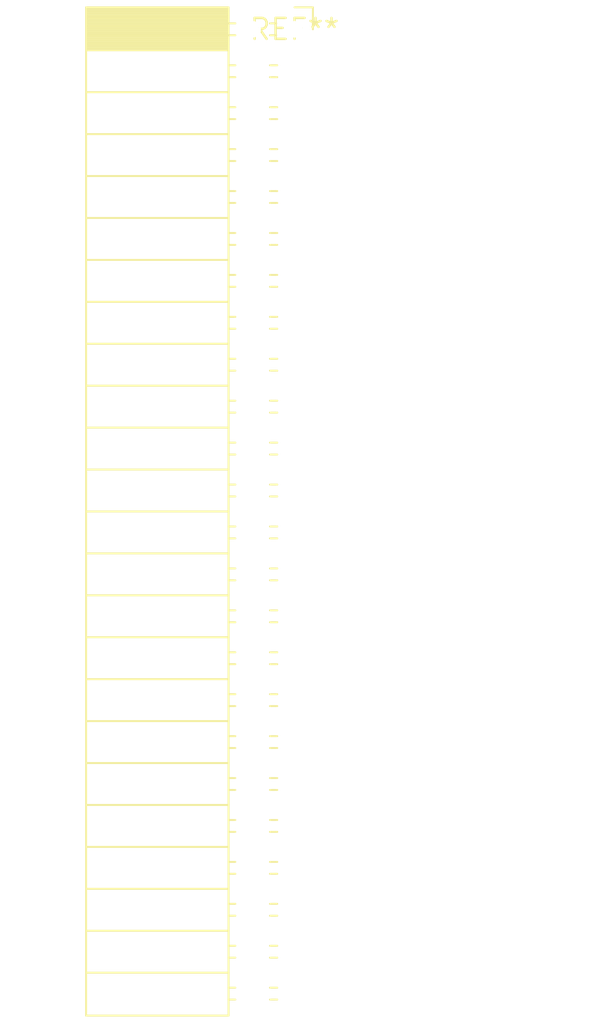
<source format=kicad_pcb>
(kicad_pcb (version 20240108) (generator pcbnew)
  (layers (0 "F.Cu" signal) (31 "B.Cu" signal) (34 "B.Paste" user) (35 "F.Paste" user) (36 "B.SilkS" user "B.Silkscreen") (37 "F.SilkS" user "F.Silkscreen") (38 "B.Mask" user) (39 "F.Mask" user) (44 "Edge.Cuts" user))
  (net 0 "")
  (footprint "PinSocket_2x24_P2.54mm_Horizontal" (layer "F.Cu") (at 0 0)
    (property "Reference" "REF**")
    (property "Value" "PinSocket_2x24_P2.54mm_Horizontal")
    (fp_line (start -12.63 -1.33) (end -12.63 59.75) (layer "F.SilkS") (stroke (width 0.12)))
    (fp_line (start -12.63 -1.33) (end -4 -1.33) (layer "F.SilkS") (stroke (width 0.12)))
    (fp_line (start -12.63 -1.21) (end -4 -1.21) (layer "F.SilkS") (stroke (width 0.12)))
    (fp_line (start -12.63 -1.091905) (end -4 -1.091905) (layer "F.SilkS") (stroke (width 0.12)))
    (fp_line (start -12.63 -0.97381) (end -4 -0.97381) (layer "F.SilkS") (stroke (width 0.12)))
    (fp_line (start -12.63 -0.855715) (end -4 -0.855715) (layer "F.SilkS") (stroke (width 0.12)))
    (fp_line (start -12.63 -0.73762) (end -4 -0.73762) (layer "F.SilkS") (stroke (width 0.12)))
    (fp_line (start -12.63 -0.619525) (end -4 -0.619525) (layer "F.SilkS") (stroke (width 0.12)))
    (fp_line (start -12.63 -0.50143) (end -4 -0.50143) (layer "F.SilkS") (stroke (width 0.12)))
    (fp_line (start -12.63 -0.383335) (end -4 -0.383335) (layer "F.SilkS") (stroke (width 0.12)))
    (fp_line (start -12.63 -0.26524) (end -4 -0.26524) (layer "F.SilkS") (stroke (width 0.12)))
    (fp_line (start -12.63 -0.147145) (end -4 -0.147145) (layer "F.SilkS") (stroke (width 0.12)))
    (fp_line (start -12.63 -0.02905) (end -4 -0.02905) (layer "F.SilkS") (stroke (width 0.12)))
    (fp_line (start -12.63 0.089045) (end -4 0.089045) (layer "F.SilkS") (stroke (width 0.12)))
    (fp_line (start -12.63 0.20714) (end -4 0.20714) (layer "F.SilkS") (stroke (width 0.12)))
    (fp_line (start -12.63 0.325235) (end -4 0.325235) (layer "F.SilkS") (stroke (width 0.12)))
    (fp_line (start -12.63 0.44333) (end -4 0.44333) (layer "F.SilkS") (stroke (width 0.12)))
    (fp_line (start -12.63 0.561425) (end -4 0.561425) (layer "F.SilkS") (stroke (width 0.12)))
    (fp_line (start -12.63 0.67952) (end -4 0.67952) (layer "F.SilkS") (stroke (width 0.12)))
    (fp_line (start -12.63 0.797615) (end -4 0.797615) (layer "F.SilkS") (stroke (width 0.12)))
    (fp_line (start -12.63 0.91571) (end -4 0.91571) (layer "F.SilkS") (stroke (width 0.12)))
    (fp_line (start -12.63 1.033805) (end -4 1.033805) (layer "F.SilkS") (stroke (width 0.12)))
    (fp_line (start -12.63 1.1519) (end -4 1.1519) (layer "F.SilkS") (stroke (width 0.12)))
    (fp_line (start -12.63 1.27) (end -4 1.27) (layer "F.SilkS") (stroke (width 0.12)))
    (fp_line (start -12.63 3.81) (end -4 3.81) (layer "F.SilkS") (stroke (width 0.12)))
    (fp_line (start -12.63 6.35) (end -4 6.35) (layer "F.SilkS") (stroke (width 0.12)))
    (fp_line (start -12.63 8.89) (end -4 8.89) (layer "F.SilkS") (stroke (width 0.12)))
    (fp_line (start -12.63 11.43) (end -4 11.43) (layer "F.SilkS") (stroke (width 0.12)))
    (fp_line (start -12.63 13.97) (end -4 13.97) (layer "F.SilkS") (stroke (width 0.12)))
    (fp_line (start -12.63 16.51) (end -4 16.51) (layer "F.SilkS") (stroke (width 0.12)))
    (fp_line (start -12.63 19.05) (end -4 19.05) (layer "F.SilkS") (stroke (width 0.12)))
    (fp_line (start -12.63 21.59) (end -4 21.59) (layer "F.SilkS") (stroke (width 0.12)))
    (fp_line (start -12.63 24.13) (end -4 24.13) (layer "F.SilkS") (stroke (width 0.12)))
    (fp_line (start -12.63 26.67) (end -4 26.67) (layer "F.SilkS") (stroke (width 0.12)))
    (fp_line (start -12.63 29.21) (end -4 29.21) (layer "F.SilkS") (stroke (width 0.12)))
    (fp_line (start -12.63 31.75) (end -4 31.75) (layer "F.SilkS") (stroke (width 0.12)))
    (fp_line (start -12.63 34.29) (end -4 34.29) (layer "F.SilkS") (stroke (width 0.12)))
    (fp_line (start -12.63 36.83) (end -4 36.83) (layer "F.SilkS") (stroke (width 0.12)))
    (fp_line (start -12.63 39.37) (end -4 39.37) (layer "F.SilkS") (stroke (width 0.12)))
    (fp_line (start -12.63 41.91) (end -4 41.91) (layer "F.SilkS") (stroke (width 0.12)))
    (fp_line (start -12.63 44.45) (end -4 44.45) (layer "F.SilkS") (stroke (width 0.12)))
    (fp_line (start -12.63 46.99) (end -4 46.99) (layer "F.SilkS") (stroke (width 0.12)))
    (fp_line (start -12.63 49.53) (end -4 49.53) (layer "F.SilkS") (stroke (width 0.12)))
    (fp_line (start -12.63 52.07) (end -4 52.07) (layer "F.SilkS") (stroke (width 0.12)))
    (fp_line (start -12.63 54.61) (end -4 54.61) (layer "F.SilkS") (stroke (width 0.12)))
    (fp_line (start -12.63 57.15) (end -4 57.15) (layer "F.SilkS") (stroke (width 0.12)))
    (fp_line (start -12.63 59.75) (end -4 59.75) (layer "F.SilkS") (stroke (width 0.12)))
    (fp_line (start -4 -1.33) (end -4 59.75) (layer "F.SilkS") (stroke (width 0.12)))
    (fp_line (start -4 -0.36) (end -3.59 -0.36) (layer "F.SilkS") (stroke (width 0.12)))
    (fp_line (start -4 0.36) (end -3.59 0.36) (layer "F.SilkS") (stroke (width 0.12)))
    (fp_line (start -4 2.18) (end -3.59 2.18) (layer "F.SilkS") (stroke (width 0.12)))
    (fp_line (start -4 2.9) (end -3.59 2.9) (layer "F.SilkS") (stroke (width 0.12)))
    (fp_line (start -4 4.72) (end -3.59 4.72) (layer "F.SilkS") (stroke (width 0.12)))
    (fp_line (start -4 5.44) (end -3.59 5.44) (layer "F.SilkS") (stroke (width 0.12)))
    (fp_line (start -4 7.26) (end -3.59 7.26) (layer "F.SilkS") (stroke (width 0.12)))
    (fp_line (start -4 7.98) (end -3.59 7.98) (layer "F.SilkS") (stroke (width 0.12)))
    (fp_line (start -4 9.8) (end -3.59 9.8) (layer "F.SilkS") (stroke (width 0.12)))
    (fp_line (start -4 10.52) (end -3.59 10.52) (layer "F.SilkS") (stroke (width 0.12)))
    (fp_line (start -4 12.34) (end -3.59 12.34) (layer "F.SilkS") (stroke (width 0.12)))
    (fp_line (start -4 13.06) (end -3.59 13.06) (layer "F.SilkS") (stroke (width 0.12)))
    (fp_line (start -4 14.88) (end -3.59 14.88) (layer "F.SilkS") (stroke (width 0.12)))
    (fp_line (start -4 15.6) (end -3.59 15.6) (layer "F.SilkS") (stroke (width 0.12)))
    (fp_line (start -4 17.42) (end -3.59 17.42) (layer "F.SilkS") (stroke (width 0.12)))
    (fp_line (start -4 18.14) (end -3.59 18.14) (layer "F.SilkS") (stroke (width 0.12)))
    (fp_line (start -4 19.96) (end -3.59 19.96) (layer "F.SilkS") (stroke (width 0.12)))
    (fp_line (start -4 20.68) (end -3.59 20.68) (layer "F.SilkS") (stroke (width 0.12)))
    (fp_line (start -4 22.5) (end -3.59 22.5) (layer "F.SilkS") (stroke (width 0.12)))
    (fp_line (start -4 23.22) (end -3.59 23.22) (layer "F.SilkS") (stroke (width 0.12)))
    (fp_line (start -4 25.04) (end -3.59 25.04) (layer "F.SilkS") (stroke (width 0.12)))
    (fp_line (start -4 25.76) (end -3.59 25.76) (layer "F.SilkS") (stroke (width 0.12)))
    (fp_line (start -4 27.58) (end -3.59 27.58) (layer "F.SilkS") (stroke (width 0.12)))
    (fp_line (start -4 28.3) (end -3.59 28.3) (layer "F.SilkS") (stroke (width 0.12)))
    (fp_line (start -4 30.12) (end -3.59 30.12) (layer "F.SilkS") (stroke (width 0.12)))
    (fp_line (start -4 30.84) (end -3.59 30.84) (layer "F.SilkS") (stroke (width 0.12)))
    (fp_line (start -4 32.66) (end -3.59 32.66) (layer "F.SilkS") (stroke (width 0.12)))
    (fp_line (start -4 33.38) (end -3.59 33.38) (layer "F.SilkS") (stroke (width 0.12)))
    (fp_line (start -4 35.2) (end -3.59 35.2) (layer "F.SilkS") (stroke (width 0.12)))
    (fp_line (start -4 35.92) (end -3.59 35.92) (layer "F.SilkS") (stroke (width 0.12)))
    (fp_line (start -4 37.74) (end -3.59 37.74) (layer "F.SilkS") (stroke (width 0.12)))
    (fp_line (start -4 38.46) (end -3.59 38.46) (layer "F.SilkS") (stroke (width 0.12)))
    (fp_line (start -4 40.28) (end -3.59 40.28) (layer "F.SilkS") (stroke (width 0.12)))
    (fp_line (start -4 41) (end -3.59 41) (layer "F.SilkS") (stroke (width 0.12)))
    (fp_line (start -4 42.82) (end -3.59 42.82) (layer "F.SilkS") (stroke (width 0.12)))
    (fp_line (start -4 43.54) (end -3.59 43.54) (layer "F.SilkS") (stroke (width 0.12)))
    (fp_line (start -4 45.36) (end -3.59 45.36) (layer "F.SilkS") (stroke (width 0.12)))
    (fp_line (start -4 46.08) (end -3.59 46.08) (layer "F.SilkS") (stroke (width 0.12)))
    (fp_line (start -4 47.9) (end -3.59 47.9) (layer "F.SilkS") (stroke (width 0.12)))
    (fp_line (start -4 48.62) (end -3.59 48.62) (layer "F.SilkS") (stroke (width 0.12)))
    (fp_line (start -4 50.44) (end -3.59 50.44) (layer "F.SilkS") (stroke (width 0.12)))
    (fp_line (start -4 51.16) (end -3.59 51.16) (layer "F.SilkS") (stroke (width 0.12)))
    (fp_line (start -4 52.98) (end -3.59 52.98) (layer "F.SilkS") (stroke (width 0.12)))
    (fp_line (start -4 53.7) (end -3.59 53.7) (layer "F.SilkS") (stroke (width 0.12)))
    (fp_line (start -4 55.52) (end -3.59 55.52) (layer "F.SilkS") (stroke (width 0.12)))
    (fp_line (start -4 56.24) (end -3.59 56.24) (layer "F.SilkS") (stroke (width 0.12)))
    (fp_line (start -4 58.06) (end -3.59 58.06) (layer "F.SilkS") (stroke (width 0.12)))
    (fp_line (start -4 58.78) (end -3.59 58.78) (layer "F.SilkS") (stroke (width 0.12)))
    (fp_line (start -1.49 -0.36) (end -1.11 -0.36) (layer "F.SilkS") (stroke (width 0.12)))
    (fp_line (start -1.49 0.36) (end -1.11 0.36) (layer "F.SilkS") (stroke (width 0.12)))
    (fp_line (start -1.49 2.18) (end -1.05 2.18) (layer "F.SilkS") (stroke (width 0.12)))
    (fp_line (start -1.49 2.9) (end -1.05 2.9) (layer "F.SilkS") (stroke (width 0.12)))
    (fp_line (start -1.49 4.72) (end -1.05 4.72) (layer "F.SilkS") (stroke (width 0.12)))
    (fp_line (start -1.49 5.44) (end -1.05 5.44) (layer "F.SilkS") (stroke (width 0.12)))
    (fp_line (start -1.49 7.26) (end -1.05 7.26) (layer "F.SilkS") (stroke (width 0.12)))
    (fp_line (start -1.49 7.98) (end -1.05 7.98) (layer "F.SilkS") (stroke (width 0.12)))
    (fp_line (start -1.49 9.8) (end -1.05 9.8) (layer "F.SilkS") (stroke (width 0.12)))
    (fp_line (start -1.49 10.52) (end -1.05 10.52) (layer "F.SilkS") (stroke (width 0.12)))
    (fp_line (start -1.49 12.34) (end -1.05 12.34) (layer "F.SilkS") (stroke (width 0.12)))
    (fp_line (start -1.49 13.06) (end -1.05 13.06) (layer "F.SilkS") (stroke (width 0.12)))
    (fp_line (start -1.49 14.88) (end -1.05 14.88) (layer "F.SilkS") (stroke (width 0.12)))
    (fp_line (start -1.49 15.6) (end -1.05 15.6) (layer "F.SilkS") (stroke (width 0.12)))
    (fp_line (start -1.49 17.42) (end -1.05 17.42) (layer "F.SilkS") (stroke (width 0.12)))
    (fp_line (start -1.49 18.14) (end -1.05 18.14) (layer "F.SilkS") (stroke (width 0.12)))
    (fp_line (start -1.49 19.96) (end -1.05 19.96) (layer "F.SilkS") (stroke (width 0.12)))
    (fp_line (start -1.49 20.68) (end -1.05 20.68) (layer "F.SilkS") (stroke (width 0.12)))
    (fp_line (start -1.49 22.5) (end -1.05 22.5) (layer "F.SilkS") (stroke (width 0.12)))
    (fp_line (start -1.49 23.22) (end -1.05 23.22) (layer "F.SilkS") (stroke (width 0.12)))
    (fp_line (start -1.49 25.04) (end -1.05 25.04) (layer "F.SilkS") (stroke (width 0.12)))
    (fp_line (start -1.49 25.76) (end -1.05 25.76) (layer "F.SilkS") (stroke (width 0.12)))
    (fp_line (start -1.49 27.58) (end -1.05 27.58) (layer "F.SilkS") (stroke (width 0.12)))
    (fp_line (start -1.49 28.3) (end -1.05 28.3) (layer "F.SilkS") (stroke (width 0.12)))
    (fp_line (start -1.49 30.12) (end -1.05 30.12) (layer "F.SilkS") (stroke (width 0.12)))
    (fp_line (start -1.49 30.84) (end -1.05 30.84) (layer "F.SilkS") (stroke (width 0.12)))
    (fp_line (start -1.49 32.66) (end -1.05 32.66) (layer "F.SilkS") (stroke (width 0.12)))
    (fp_line (start -1.49 33.38) (end -1.05 33.38) (layer "F.SilkS") (stroke (width 0.12)))
    (fp_line (start -1.49 35.2) (end -1.05 35.2) (layer "F.SilkS") (stroke (width 0.12)))
    (fp_line (start -1.49 35.92) (end -1.05 35.92) (layer "F.SilkS") (stroke (width 0.12)))
    (fp_line (start -1.49 37.74) (end -1.05 37.74) (layer "F.SilkS") (stroke (width 0.12)))
    (fp_line (start -1.49 38.46) (end -1.05 38.46) (layer "F.SilkS") (stroke (width 0.12)))
    (fp_line (start -1.49 40.28) (end -1.05 40.28) (layer "F.SilkS") (stroke (width 0.12)))
    (fp_line (start -1.49 41) (end -1.05 41) (layer "F.SilkS") (stroke (width 0.12)))
    (fp_line (start -1.49 42.82) (end -1.05 42.82) (layer "F.SilkS") (stroke (width 0.12)))
    (fp_line (start -1.49 43.54) (end -1.05 43.54) (layer "F.SilkS") (stroke (width 0.12)))
    (fp_line (start -1.49 45.36) (end -1.05 45.36) (layer "F.SilkS") (stroke (width 0.12)))
    (fp_line (start -1.49 46.08) (end -1.05 46.08) (layer "F.SilkS") (stroke (width 0.12)))
    (fp_line (start -1.49 47.9) (end -1.05 47.9) (layer "F.SilkS") (stroke (width 0.12)))
    (fp_line (start -1.49 48.62) (end -1.05 48.62) (layer "F.SilkS") (stroke (width 0.12)))
    (fp_line (start -1.49 50.44) (end -1.05 50.44) (layer "F.SilkS") (stroke (width 0.12)))
    (fp_line (start -1.49 51.16) (end -1.05 51.16) (layer "F.SilkS") (stroke (width 0.12)))
    (fp_line (start -1.49 52.98) (end -1.05 52.98) (layer "F.SilkS") (stroke (width 0.12)))
    (fp_line (start -1.49 53.7) (end -1.05 53.7) (layer "F.SilkS") (stroke (width 0.12)))
    (fp_line (start -1.49 55.52) (end -1.05 55.52) (layer "F.SilkS") (stroke (width 0.12)))
    (fp_line (start -1.49 56.24) (end -1.05 56.24) (layer "F.SilkS") (stroke (width 0.12)))
    (fp_line (start -1.49 58.06) (end -1.05 58.06) (layer "F.SilkS") (stroke (width 0.12)))
    (fp_line (start -1.49 58.78) (end -1.05 58.78) (layer "F.SilkS") (stroke (width 0.12)))
    (fp_line (start 0 -1.33) (end 1.11 -1.33) (layer "F.SilkS") (stroke (width 0.12)))
    (fp_line (start 1.11 -1.33) (end 1.11 0) (layer "F.SilkS") (stroke (width 0.12)))
    (pad "1" thru_hole rect (at 0 0) (size 1.7 1.7) (drill 1) (layers *.Cu *.Mask) (remove_unused_layers))
    (pad "2" thru_hole oval (at -2.54 0) (size 1.7 1.7) (drill 1) (layers *.Cu *.Mask) (remove_unused_layers))
    (pad "3" thru_hole oval (at 0 2.54) (size 1.7 1.7) (drill 1) (layers *.Cu *.Mask) (remove_unused_layers))
    (pad "4" thru_hole oval (at -2.54 2.54) (size 1.7 1.7) (drill 1) (layers *.Cu *.Mask) (remove_unused_layers))
    (pad "5" thru_hole oval (at 0 5.08) (size 1.7 1.7) (drill 1) (layers *.Cu *.Mask) (remove_unused_layers))
    (pad "6" thru_hole oval (at -2.54 5.08) (size 1.7 1.7) (drill 1) (layers *.Cu *.Mask) (remove_unused_layers))
    (pad "7" thru_hole oval (at 0 7.62) (size 1.7 1.7) (drill 1) (layers *.Cu *.Mask) (remove_unused_layers))
    (pad "8" thru_hole oval (at -2.54 7.62) (size 1.7 1.7) (drill 1) (layers *.Cu *.Mask) (remove_unused_layers))
    (pad "9" thru_hole oval (at 0 10.16) (size 1.7 1.7) (drill 1) (layers *.Cu *.Mask) (remove_unused_layers))
    (pad "10" thru_hole oval (at -2.54 10.16) (size 1.7 1.7) (drill 1) (layers *.Cu *.Mask) (remove_unused_layers))
    (pad "11" thru_hole oval (at 0 12.7) (size 1.7 1.7) (drill 1) (layers *.Cu *.Mask) (remove_unused_layers))
    (pad "12" thru_hole oval (at -2.54 12.7) (size 1.7 1.7) (drill 1) (layers *.Cu *.Mask) (remove_unused_layers))
    (pad "13" thru_hole oval (at 0 15.24) (size 1.7 1.7) (drill 1) (layers *.Cu *.Mask) (remove_unused_layers))
    (pad "14" thru_hole oval (at -2.54 15.24) (size 1.7 1.7) (drill 1) (layers *.Cu *.Mask) (remove_unused_layers))
    (pad "15" thru_hole oval (at 0 17.78) (size 1.7 1.7) (drill 1) (layers *.Cu *.Mask) (remove_unused_layers))
    (pad "16" thru_hole oval (at -2.54 17.78) (size 1.7 1.7) (drill 1) (layers *.Cu *.Mask) (remove_unused_layers))
    (pad "17" thru_hole oval (at 0 20.32) (size 1.7 1.7) (drill 1) (layers *.Cu *.Mask) (remove_unused_layers))
    (pad "18" thru_hole oval (at -2.54 20.32) (size 1.7 1.7) (drill 1) (layers *.Cu *.Mask) (remove_unused_layers))
    (pad "19" thru_hole oval (at 0 22.86) (size 1.7 1.7) (drill 1) (layers *.Cu *.Mask) (remove_unused_layers))
    (pad "20" thru_hole oval (at -2.54 22.86) (size 1.7 1.7) (drill 1) (layers *.Cu *.Mask) (remove_unused_layers))
    (pad "21" thru_hole oval (at 0 25.4) (size 1.7 1.7) (drill 1) (layers *.Cu *.Mask) (remove_unused_layers))
    (pad "22" thru_hole oval (at -2.54 25.4) (size 1.7 1.7) (drill 1) (layers *.Cu *.Mask) (remove_unused_layers))
    (pad "23" thru_hole oval (at 0 27.94) (size 1.7 1.7) (drill 1) (layers *.Cu *.Mask) (remove_unused_layers))
    (pad "24" thru_hole oval (at -2.54 27.94) (size 1.7 1.7) (drill 1) (layers *.Cu *.Mask) (remove_unused_layers))
    (pad "25" thru_hole oval (at 0 30.48) (size 1.7 1.7) (drill 1) (layers *.Cu *.Mask) (remove_unused_layers))
    (pad "26" thru_hole oval (at -2.54 30.48) (size 1.7 1.7) (drill 1) (layers *.Cu *.Mask) (remove_unused_layers))
    (pad "27" thru_hole oval (at 0 33.02) (size 1.7 1.7) (drill 1) (layers *.Cu *.Mask) (remove_unused_layers))
    (pad "28" thru_hole oval (at -2.54 33.02) (size 1.7 1.7) (drill 1) (layers *.Cu *.Mask) (remove_unused_layers))
    (pad "29" thru_hole oval (at 0 35.56) (size 1.7 1.7) (drill 1) (layers *.Cu *.Mask) (remove_unused_layers))
    (pad "30" thru_hole oval (at -2.54 35.56) (size 1.7 1.7) (drill 1) (layers *.Cu *.Mask) (remove_unused_layers))
    (pad "31" thru_hole oval (at 0 38.1) (size 1.7 1.7) (drill 1) (layers *.Cu *.Mask) (remove_unused_layers))
    (pad "32" thru_hole oval (at -2.54 38.1) (size 1.7 1.7) (drill 1) (layers *.Cu *.Mask) (remove_unused_layers))
    (pad "33" thru_hole oval (at 0 40.64) (size 1.7 1.7) (drill 1) (layers *.Cu *.Mask) (remove_unused_layers))
    (pad "34" thru_hole oval (at -2.54 40.64) (size 1.7 1.7) (drill 1) (layers *.Cu *.Mask) (remove_unused_layers))
    (pad "35" thru_hole oval (at 0 43.18) (size 1.7 1.7) (drill 1) (layers *.Cu *.Mask) (remove_unused_layers))
    (pad "36" thru_hole oval (at -2.54 43.18) (size 1.7 1.7) (drill 1) (layers *.Cu *.Mask) (remove_unused_layers))
    (pad "37" thru_hole oval (at 0 45.72) (size 1.7 1.7) (drill 1) (layers *.Cu *.Mask) (remove_unused_layers))
    (pad "38" thru_hole oval (at -2.54 45.72) (size 1.7 1.7) (drill 1) (layers *.Cu *.Mask) (remove_unused_layers))
    (pad "39" thru_hole oval (at 0 48.26) (size 1.7 1.7) (drill 1) (layers *.Cu *.Mask) (remove_unused_layers))
    (pad "40" thru_hole oval (at -2.54 48.26) (size 1.7 1.7) (drill 1) (layers *.Cu *.Mask) (remove_unused_layers))
    (pad "41" thru_hole oval (at 0 50.8) (size 1.7 1.7) (drill 1) (layers *.Cu *.Mask) (remove_unused_layers))
    (pad "42" thru_hole oval (at -2.54 50.8) (size 1.7 1.7) (drill 1) (layers *.Cu *.Mask) (remove_unused_layers))
    (pad "43" thru_hole oval (at 0 53.34) (size 1.7 1.7) (drill 1) (layers *.Cu *.Mask) (remove_unused_layers))
    (pad "44" thru_hole oval (at -2.54 53.34) (size 1.7 1.7) (drill 1) (layers *.Cu *.Mask) (remove_unused_layers))
    (pad "45" thru_hole oval (at 0 55.88) (size 1.7 1.7) (drill 1) (layers *.Cu *.Mask) (remove_unused_layers))
    (pad "46" thru_hole oval (at -2.54 55.88) (size 1.7 1.7) (drill 1) (layers *.Cu *.Mask) (remove_unused_layers))
    (pad "47" thru_hole oval (at 0 58.42) (size 1.7 1.7) (drill 1) (layers *.Cu *.Mask) (remove_unused_layers))
    (pad "48" thru_hole oval (at -2.54 58.42) (size 1.7 1.7) (drill 1) (layers *.Cu *.Mask) (remove_unused_layers))
  )
)
</source>
